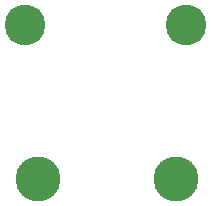
<source format=gbs>
%TF.GenerationSoftware,KiCad,Pcbnew,7.0.0-da2b9df05c~163~ubuntu22.04.1*%
%TF.CreationDate,2023-02-27T17:45:44+00:00*%
%TF.ProjectId,straightusb3,73747261-6967-4687-9475-7362332e6b69,rev?*%
%TF.SameCoordinates,Original*%
%TF.FileFunction,Soldermask,Bot*%
%TF.FilePolarity,Negative*%
%FSLAX46Y46*%
G04 Gerber Fmt 4.6, Leading zero omitted, Abs format (unit mm)*
G04 Created by KiCad (PCBNEW 7.0.0-da2b9df05c~163~ubuntu22.04.1) date 2023-02-27 17:45:44*
%MOMM*%
%LPD*%
G01*
G04 APERTURE LIST*
%ADD10C,0.005000*%
%ADD11C,3.442000*%
%ADD12C,3.804000*%
G04 APERTURE END LIST*
D10*
%TO.C,J2*%
X161218000Y-98641000D03*
X154418000Y-98641000D03*
D11*
X164618000Y-98641000D03*
X151018000Y-98641000D03*
%TD*%
D10*
%TO.C,J1*%
X155702000Y-111633000D03*
X160202000Y-111633000D03*
D12*
X152102000Y-111633000D03*
X163802000Y-111633000D03*
%TD*%
M02*

</source>
